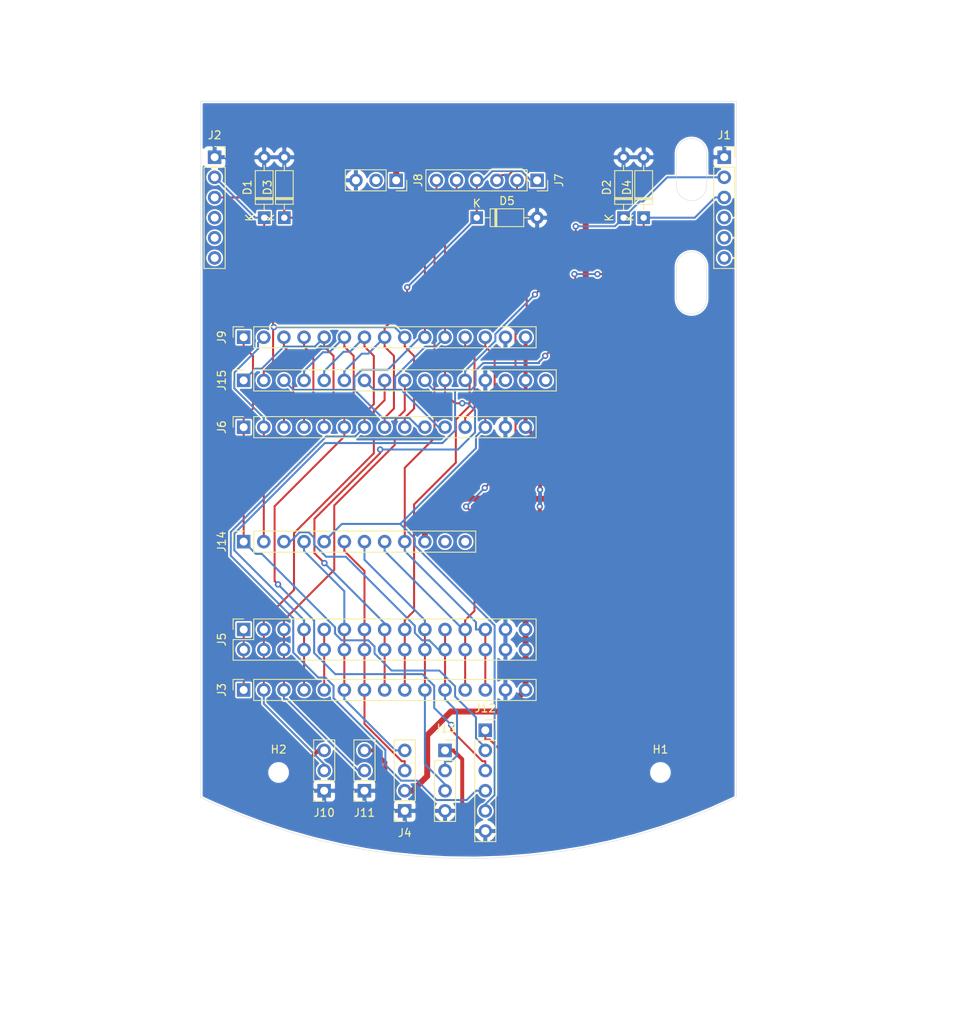
<source format=kicad_pcb>
(kicad_pcb (version 20171130) (host pcbnew "(5.1.2)-2")
  (layers (0 F.Cu signal) (31 B.Cu signal) (34 B.Paste user hide) (35 F.Paste user hide) (36 B.SilkS user hide) (37 F.SilkS user hide) (38 B.Mask user hide) (39 F.Mask user hide) (44 Edge.Cuts user))
  (net 0 "")
  (net 1 GND)
  (net 2 GPIO17)
  (net 3 GPIO19)
  (net 4 GPIO16)
  (net 5 GPIO18)
  (net 6 "Net-(J1-Pad4)")
  (net 7 "Net-(J1-Pad5)")
  (net 8 "Net-(J1-Pad6)")
  (net 9 "Net-(J2-Pad6)")
  (net 10 "Net-(J2-Pad5)")
  (net 11 "Net-(J2-Pad4)")
  (net 12 "Net-(J3-Pad1)")
  (net 13 GPIO36)
  (net 14 GPIO39)
  (net 15 GPIO34)
  (net 16 GPIO35)
  (net 17 GPIO32)
  (net 18 GPIO33)
  (net 19 GPIO25)
  (net 20 GPIO26)
  (net 21 GPIO27)
  (net 22 GPIO14)
  (net 23 GPIO12)
  (net 24 GPIO13)
  (net 25 +5V)
  (net 26 GPIO23)
  (net 27 GPIO22)
  (net 28 GPIO1)
  (net 29 GPIO3)
  (net 30 GPIO21)
  (net 31 GPIO5)
  (net 32 GPIO4)
  (net 33 GPIO2)
  (net 34 GPIO15)
  (net 35 +3V3)
  (net 36 "Net-(J14-Pad11)")
  (net 37 "Net-(J14-Pad12)")
  (net 38 "Net-(J15-Pad14)")
  (net 39 "Net-(J15-Pad16)")
  (net 40 "Net-(J8-Pad2)")
  (module Connector_PinSocket_2.54mm:PinSocket_1x06_P2.54mm_Vertical (layer F.Cu) (at 173.905 55.0244)
    (fp_text reference J1 (at 0 -2.77) (layer F.SilkS))
    (fp_text value ROMI-Encoder)
    (pad 1 thru_hole rect (at 0 0) (size 1.7 1.7) (drill 1) (layers *.Cu *.Mask) (net 1 GND))
    (pad 2 thru_hole oval (at 0 2.54) (size 1.7 1.7) (drill 1) (layers *.Cu *.Mask) (net 20 GPIO26))
    (pad 3 thru_hole oval (at 0 5.08) (size 1.7 1.7) (drill 1) (layers *.Cu *.Mask) (net 15 GPIO34))
    (pad 4 thru_hole oval (at 0 7.62) (size 1.7 1.7) (drill 1) (layers *.Cu *.Mask) (net 6 "Net-(J1-Pad4)"))
    (pad 5 thru_hole oval (at 0 10.16) (size 1.7 1.7) (drill 1) (layers *.Cu *.Mask) (net 7 "Net-(J1-Pad5)"))
    (pad 6 thru_hole oval (at 0 12.7) (size 1.7 1.7) (drill 1) (layers *.Cu *.Mask) (net 8 "Net-(J1-Pad6)"))
  )
  (module Connector_PinSocket_2.54mm:PinSocket_1x06_P2.54mm_Vertical (layer F.Cu) (at 109.625 55.0244)
    (fp_text reference J2 (at 0 -2.77) (layer F.SilkS))
    (fp_text value ROMI-Encoder)
    (pad 6 thru_hole oval (at 0 12.7) (size 1.7 1.7) (drill 1) (layers *.Cu *.Mask) (net 9 "Net-(J2-Pad6)"))
    (pad 5 thru_hole oval (at 0 10.16) (size 1.7 1.7) (drill 1) (layers *.Cu *.Mask) (net 10 "Net-(J2-Pad5)"))
    (pad 4 thru_hole oval (at 0 7.62) (size 1.7 1.7) (drill 1) (layers *.Cu *.Mask) (net 11 "Net-(J2-Pad4)"))
    (pad 3 thru_hole oval (at 0 5.08) (size 1.7 1.7) (drill 1) (layers *.Cu *.Mask) (net 4 GPIO16))
    (pad 2 thru_hole oval (at 0 2.54) (size 1.7 1.7) (drill 1) (layers *.Cu *.Mask) (net 2 GPIO17))
    (pad 1 thru_hole rect (at 0 0) (size 1.7 1.7) (drill 1) (layers *.Cu *.Mask) (net 1 GND))
  )
  (module Connector_PinSocket_2.54mm:PinSocket_1x15_P2.54mm_Vertical (layer F.Cu) (at 113.284 122.174 90)
    (fp_text reference J3 (at 0 -2.77 90) (layer F.SilkS))
    (fp_text value PROBE-POINT)
    (pad 1 thru_hole rect (at 0 0 90) (size 1.7 1.7) (drill 1) (layers *.Cu *.Mask) (net 12 "Net-(J3-Pad1)"))
    (pad 2 thru_hole oval (at 0 2.54 90) (size 1.7 1.7) (drill 1) (layers *.Cu *.Mask) (net 13 GPIO36))
    (pad 3 thru_hole oval (at 0 5.08 90) (size 1.7 1.7) (drill 1) (layers *.Cu *.Mask) (net 14 GPIO39))
    (pad 4 thru_hole oval (at 0 7.62 90) (size 1.7 1.7) (drill 1) (layers *.Cu *.Mask) (net 15 GPIO34))
    (pad 5 thru_hole oval (at 0 10.16 90) (size 1.7 1.7) (drill 1) (layers *.Cu *.Mask) (net 16 GPIO35))
    (pad 6 thru_hole oval (at 0 12.7 90) (size 1.7 1.7) (drill 1) (layers *.Cu *.Mask) (net 17 GPIO32))
    (pad 7 thru_hole oval (at 0 15.24 90) (size 1.7 1.7) (drill 1) (layers *.Cu *.Mask) (net 18 GPIO33))
    (pad 8 thru_hole oval (at 0 17.78 90) (size 1.7 1.7) (drill 1) (layers *.Cu *.Mask) (net 19 GPIO25))
    (pad 9 thru_hole oval (at 0 20.32 90) (size 1.7 1.7) (drill 1) (layers *.Cu *.Mask) (net 20 GPIO26))
    (pad 10 thru_hole oval (at 0 22.86 90) (size 1.7 1.7) (drill 1) (layers *.Cu *.Mask) (net 21 GPIO27))
    (pad 11 thru_hole oval (at 0 25.4 90) (size 1.7 1.7) (drill 1) (layers *.Cu *.Mask) (net 22 GPIO14))
    (pad 12 thru_hole oval (at 0 27.94 90) (size 1.7 1.7) (drill 1) (layers *.Cu *.Mask) (net 23 GPIO12))
    (pad 13 thru_hole oval (at 0 30.48 90) (size 1.7 1.7) (drill 1) (layers *.Cu *.Mask) (net 24 GPIO13))
    (pad 14 thru_hole oval (at 0 33.02 90) (size 1.7 1.7) (drill 1) (layers *.Cu *.Mask) (net 1 GND))
    (pad 15 thru_hole oval (at 0 35.56 90) (size 1.7 1.7) (drill 1) (layers *.Cu *.Mask) (net 25 +5V))
  )
  (module Connector_PinSocket_2.54mm:PinSocket_1x04_P2.54mm_Vertical (layer F.Cu) (at 133.604 137.414 180)
    (fp_text reference J4 (at 0 -2.77) (layer F.SilkS))
    (fp_text value ServoAnalog)
    (pad 1 thru_hole rect (at 0 0 180) (size 1.7 1.7) (drill 1) (layers *.Cu *.Mask) (net 1 GND))
    (pad 2 thru_hole oval (at 0 2.54 180) (size 1.7 1.7) (drill 1) (layers *.Cu *.Mask) (net 25 +5V))
    (pad 3 thru_hole oval (at 0 5.08 180) (size 1.7 1.7) (drill 1) (layers *.Cu *.Mask) (net 18 GPIO33))
    (pad 4 thru_hole oval (at 0 7.62 180) (size 1.7 1.7) (drill 1) (layers *.Cu *.Mask) (net 17 GPIO32))
  )
  (module Connector_PinSocket_2.54mm:PinSocket_1x15_P2.54mm_Vertical (layer F.Cu) (at 113.284 89.054 90)
    (fp_text reference J6 (at 0 -2.77 90) (layer F.SilkS))
    (fp_text value ESP-DEVKITC)
    (pad 1 thru_hole rect (at 0 0 90) (size 1.7 1.7) (drill 1) (layers *.Cu *.Mask) (net 26 GPIO23))
    (pad 2 thru_hole oval (at 0 2.54 90) (size 1.7 1.7) (drill 1) (layers *.Cu *.Mask) (net 27 GPIO22))
    (pad 3 thru_hole oval (at 0 5.08 90) (size 1.7 1.7) (drill 1) (layers *.Cu *.Mask) (net 28 GPIO1))
    (pad 4 thru_hole oval (at 0 7.62 90) (size 1.7 1.7) (drill 1) (layers *.Cu *.Mask) (net 29 GPIO3))
    (pad 5 thru_hole oval (at 0 10.16 90) (size 1.7 1.7) (drill 1) (layers *.Cu *.Mask) (net 30 GPIO21))
    (pad 6 thru_hole oval (at 0 12.7 90) (size 1.7 1.7) (drill 1) (layers *.Cu *.Mask) (net 3 GPIO19))
    (pad 7 thru_hole oval (at 0 15.24 90) (size 1.7 1.7) (drill 1) (layers *.Cu *.Mask) (net 5 GPIO18))
    (pad 8 thru_hole oval (at 0 17.78 90) (size 1.7 1.7) (drill 1) (layers *.Cu *.Mask) (net 31 GPIO5))
    (pad 9 thru_hole oval (at 0 20.32 90) (size 1.7 1.7) (drill 1) (layers *.Cu *.Mask) (net 2 GPIO17))
    (pad 10 thru_hole oval (at 0 22.86 90) (size 1.7 1.7) (drill 1) (layers *.Cu *.Mask) (net 4 GPIO16))
    (pad 11 thru_hole oval (at 0 25.4 90) (size 1.7 1.7) (drill 1) (layers *.Cu *.Mask) (net 32 GPIO4))
    (pad 12 thru_hole oval (at 0 27.94 90) (size 1.7 1.7) (drill 1) (layers *.Cu *.Mask) (net 33 GPIO2))
    (pad 13 thru_hole oval (at 0 30.48 90) (size 1.7 1.7) (drill 1) (layers *.Cu *.Mask) (net 34 GPIO15))
    (pad 14 thru_hole oval (at 0 33.02 90) (size 1.7 1.7) (drill 1) (layers *.Cu *.Mask) (net 1 GND))
    (pad 15 thru_hole oval (at 0 35.56 90) (size 1.7 1.7) (drill 1) (layers *.Cu *.Mask) (net 35 +3V3))
  )
  (module Connector_PinSocket_2.54mm:PinSocket_1x06_P2.54mm_Vertical (layer F.Cu) (at 150.305 57.9444 270)
    (fp_text reference J7 (at 0 -2.77 90) (layer F.SilkS))
    (fp_text value ROMI)
    (pad 1 thru_hole rect (at 0 0 270) (size 1.7 1.7) (drill 1) (layers *.Cu *.Mask) (net 31 GPIO5))
    (pad 2 thru_hole oval (at 0 2.54 270) (size 1.7 1.7) (drill 1) (layers *.Cu *.Mask) (net 19 GPIO25))
    (pad 3 thru_hole oval (at 0 5.08 270) (size 1.7 1.7) (drill 1) (layers *.Cu *.Mask) (net 23 GPIO12))
    (pad 4 thru_hole oval (at 0 7.62 270) (size 1.7 1.7) (drill 1) (layers *.Cu *.Mask) (net 31 GPIO5))
    (pad 5 thru_hole oval (at 0 10.16 270) (size 1.7 1.7) (drill 1) (layers *.Cu *.Mask) (net 32 GPIO4))
    (pad 6 thru_hole oval (at 0 12.7 270) (size 1.7 1.7) (drill 1) (layers *.Cu *.Mask) (net 24 GPIO13))
  )
  (module Connector_PinSocket_2.54mm:PinSocket_1x03_P2.54mm_Vertical (layer F.Cu) (at 132.525 57.9444 270)
    (fp_text reference J8 (at 0 -2.77 90) (layer F.SilkS))
    (fp_text value ROMI)
    (pad 1 thru_hole rect (at 0 0 270) (size 1.7 1.7) (drill 1) (layers *.Cu *.Mask) (net 25 +5V))
    (pad 2 thru_hole oval (at 0 2.54 270) (size 1.7 1.7) (drill 1) (layers *.Cu *.Mask) (net 40 "Net-(J8-Pad2)"))
    (pad 3 thru_hole oval (at 0 5.08 270) (size 1.7 1.7) (drill 1) (layers *.Cu *.Mask) (net 1 GND))
  )
  (module Connector_PinSocket_2.54mm:PinSocket_1x15_P2.54mm_Vertical (layer F.Cu) (at 113.284 77.724 90)
    (fp_text reference J9 (at 0 -2.77 90) (layer F.SilkS))
    (fp_text value PROBE-POINT)
    (pad 15 thru_hole oval (at 0 35.56 90) (size 1.7 1.7) (drill 1) (layers *.Cu *.Mask) (net 35 +3V3))
    (pad 14 thru_hole oval (at 0 33.02 90) (size 1.7 1.7) (drill 1) (layers *.Cu *.Mask) (net 1 GND))
    (pad 13 thru_hole oval (at 0 30.48 90) (size 1.7 1.7) (drill 1) (layers *.Cu *.Mask) (net 34 GPIO15))
    (pad 12 thru_hole oval (at 0 27.94 90) (size 1.7 1.7) (drill 1) (layers *.Cu *.Mask) (net 33 GPIO2))
    (pad 11 thru_hole oval (at 0 25.4 90) (size 1.7 1.7) (drill 1) (layers *.Cu *.Mask) (net 32 GPIO4))
    (pad 10 thru_hole oval (at 0 22.86 90) (size 1.7 1.7) (drill 1) (layers *.Cu *.Mask) (net 4 GPIO16))
    (pad 9 thru_hole oval (at 0 20.32 90) (size 1.7 1.7) (drill 1) (layers *.Cu *.Mask) (net 2 GPIO17))
    (pad 8 thru_hole oval (at 0 17.78 90) (size 1.7 1.7) (drill 1) (layers *.Cu *.Mask) (net 31 GPIO5))
    (pad 7 thru_hole oval (at 0 15.24 90) (size 1.7 1.7) (drill 1) (layers *.Cu *.Mask) (net 5 GPIO18))
    (pad 6 thru_hole oval (at 0 12.7 90) (size 1.7 1.7) (drill 1) (layers *.Cu *.Mask) (net 3 GPIO19))
    (pad 5 thru_hole oval (at 0 10.16 90) (size 1.7 1.7) (drill 1) (layers *.Cu *.Mask) (net 30 GPIO21))
    (pad 4 thru_hole oval (at 0 7.62 90) (size 1.7 1.7) (drill 1) (layers *.Cu *.Mask) (net 29 GPIO3))
    (pad 3 thru_hole oval (at 0 5.08 90) (size 1.7 1.7) (drill 1) (layers *.Cu *.Mask) (net 28 GPIO1))
    (pad 2 thru_hole oval (at 0 2.54 90) (size 1.7 1.7) (drill 1) (layers *.Cu *.Mask) (net 27 GPIO22))
    (pad 1 thru_hole rect (at 0 0 90) (size 1.7 1.7) (drill 1) (layers *.Cu *.Mask) (net 26 GPIO23))
  )
  (module Connector_PinSocket_2.54mm:PinSocket_1x03_P2.54mm_Vertical (layer F.Cu) (at 123.444 134.874 180)
    (fp_text reference J10 (at 0 -2.77) (layer F.SilkS))
    (fp_text value LineSensor)
    (pad 3 thru_hole oval (at 0 5.08 180) (size 1.7 1.7) (drill 1) (layers *.Cu *.Mask) (net 35 +3V3))
    (pad 2 thru_hole oval (at 0 2.54 180) (size 1.7 1.7) (drill 1) (layers *.Cu *.Mask) (net 13 GPIO36))
    (pad 1 thru_hole rect (at 0 0 180) (size 1.7 1.7) (drill 1) (layers *.Cu *.Mask) (net 1 GND))
  )
  (module Connector_PinSocket_2.54mm:PinSocket_1x03_P2.54mm_Vertical (layer F.Cu) (at 128.524 134.874 180)
    (fp_text reference J11 (at 0 -2.77) (layer F.SilkS))
    (fp_text value LineSensor)
    (pad 1 thru_hole rect (at 0 0 180) (size 1.7 1.7) (drill 1) (layers *.Cu *.Mask) (net 1 GND))
    (pad 2 thru_hole oval (at 0 2.54 180) (size 1.7 1.7) (drill 1) (layers *.Cu *.Mask) (net 14 GPIO39))
    (pad 3 thru_hole oval (at 0 5.08 180) (size 1.7 1.7) (drill 1) (layers *.Cu *.Mask) (net 35 +3V3))
  )
  (module Connector_PinSocket_2.54mm:PinSocket_1x04_P2.54mm_Vertical (layer F.Cu) (at 138.684 129.794)
    (fp_text reference J13 (at 0 -2.77) (layer F.SilkS))
    (fp_text value Ultrasonic.)
    (pad 1 thru_hole rect (at 0 0) (size 1.7 1.7) (drill 1) (layers *.Cu *.Mask) (net 35 +3V3))
    (pad 2 thru_hole oval (at 0 2.54) (size 1.7 1.7) (drill 1) (layers *.Cu *.Mask) (net 22 GPIO14))
    (pad 3 thru_hole oval (at 0 5.08) (size 1.7 1.7) (drill 1) (layers *.Cu *.Mask) (net 21 GPIO27))
    (pad 4 thru_hole oval (at 0 7.62) (size 1.7 1.7) (drill 1) (layers *.Cu *.Mask) (net 1 GND))
  )
  (module Connector_PinSocket_2.54mm:PinSocket_1x12_P2.54mm_Vertical (layer F.Cu) (at 113.284 103.48 90)
    (fp_text reference J14 (at 0 -2.77 90) (layer F.SilkS))
    (fp_text value THING)
    (pad 1 thru_hole rect (at 0 0 90) (size 1.7 1.7) (drill 1) (layers *.Cu *.Mask) (net 26 GPIO23))
    (pad 2 thru_hole oval (at 0 2.54 90) (size 1.7 1.7) (drill 1) (layers *.Cu *.Mask) (net 27 GPIO22))
    (pad 3 thru_hole oval (at 0 5.08 90) (size 1.7 1.7) (drill 1) (layers *.Cu *.Mask) (net 22 GPIO14))
    (pad 4 thru_hole oval (at 0 7.62 90) (size 1.7 1.7) (drill 1) (layers *.Cu *.Mask) (net 17 GPIO32))
    (pad 5 thru_hole oval (at 0 10.16 90) (size 1.7 1.7) (drill 1) (layers *.Cu *.Mask) (net 34 GPIO15))
    (pad 6 thru_hole oval (at 0 12.7 90) (size 1.7 1.7) (drill 1) (layers *.Cu *.Mask) (net 18 GPIO33))
    (pad 7 thru_hole oval (at 0 15.24 90) (size 1.7 1.7) (drill 1) (layers *.Cu *.Mask) (net 21 GPIO27))
    (pad 8 thru_hole oval (at 0 17.78 90) (size 1.7 1.7) (drill 1) (layers *.Cu *.Mask) (net 23 GPIO12))
    (pad 9 thru_hole oval (at 0 20.32 90) (size 1.7 1.7) (drill 1) (layers *.Cu *.Mask) (net 24 GPIO13))
    (pad 10 thru_hole oval (at 0 22.86 90) (size 1.7 1.7) (drill 1) (layers *.Cu *.Mask) (net 25 +5V))
    (pad 11 thru_hole oval (at 0 25.4 90) (size 1.7 1.7) (drill 1) (layers *.Cu *.Mask) (net 36 "Net-(J14-Pad11)"))
    (pad 12 thru_hole oval (at 0 27.94 90) (size 1.7 1.7) (drill 1) (layers *.Cu *.Mask) (net 37 "Net-(J14-Pad12)"))
  )
  (module Connector_PinSocket_2.54mm:PinSocket_1x16_P2.54mm_Vertical (layer F.Cu) (at 113.284 83.1605 90)
    (fp_text reference J15 (at 0 -2.77 90) (layer F.SilkS))
    (fp_text value THING)
    (pad 1 thru_hole rect (at 0 0 90) (size 1.7 1.7) (drill 1) (layers *.Cu *.Mask) (net 30 GPIO21))
    (pad 2 thru_hole oval (at 0 2.54 90) (size 1.7 1.7) (drill 1) (layers *.Cu *.Mask) (net 2 GPIO17))
    (pad 3 thru_hole oval (at 0 5.08 90) (size 1.7 1.7) (drill 1) (layers *.Cu *.Mask) (net 4 GPIO16))
    (pad 4 thru_hole oval (at 0 7.62 90) (size 1.7 1.7) (drill 1) (layers *.Cu *.Mask) (net 3 GPIO19))
    (pad 5 thru_hole oval (at 0 10.16 90) (size 1.7 1.7) (drill 1) (layers *.Cu *.Mask) (net 5 GPIO18))
    (pad 6 thru_hole oval (at 0 12.7 90) (size 1.7 1.7) (drill 1) (layers *.Cu *.Mask) (net 31 GPIO5))
    (pad 7 thru_hole oval (at 0 15.24 90) (size 1.7 1.7) (drill 1) (layers *.Cu *.Mask) (net 32 GPIO4))
    (pad 8 thru_hole oval (at 0 17.78 90) (size 1.7 1.7) (drill 1) (layers *.Cu *.Mask) (net 13 GPIO36))
    (pad 9 thru_hole oval (at 0 20.32 90) (size 1.7 1.7) (drill 1) (layers *.Cu *.Mask) (net 14 GPIO39))
    (pad 10 thru_hole oval (at 0 22.86 90) (size 1.7 1.7) (drill 1) (layers *.Cu *.Mask) (net 15 GPIO34))
    (pad 11 thru_hole oval (at 0 25.4 90) (size 1.7 1.7) (drill 1) (layers *.Cu *.Mask) (net 19 GPIO25))
    (pad 12 thru_hole oval (at 0 27.94 90) (size 1.7 1.7) (drill 1) (layers *.Cu *.Mask) (net 20 GPIO26))
    (pad 13 thru_hole oval (at 0 30.48 90) (size 1.7 1.7) (drill 1) (layers *.Cu *.Mask) (net 1 GND))
    (pad 14 thru_hole oval (at 0 33.02 90) (size 1.7 1.7) (drill 1) (layers *.Cu *.Mask) (net 38 "Net-(J15-Pad14)"))
    (pad 15 thru_hole oval (at 0 35.56 90) (size 1.7 1.7) (drill 1) (layers *.Cu *.Mask) (net 35 +3V3))
    (pad 16 thru_hole oval (at 0 38.1 90) (size 1.7 1.7) (drill 1) (layers *.Cu *.Mask) (net 39 "Net-(J15-Pad16)"))
  )
  (module Connector_PinSocket_2.54mm:PinSocket_2x15_P2.54mm_Vertical (layer F.Cu) (at 113.284 114.554 90)
    (fp_text reference J5 (at -1.27 -2.77 90) (layer F.SilkS))
    (fp_text value Conn_02x15_Odd_Even)
    (pad 1 thru_hole rect (at 0 0 90) (size 1.7 1.7) (drill 1) (layers *.Cu *.Mask) (net 12 "Net-(J3-Pad1)"))
    (pad 2 thru_hole oval (at -2.54 0 90) (size 1.7 1.7) (drill 1) (layers *.Cu *.Mask) (net 12 "Net-(J3-Pad1)"))
    (pad 3 thru_hole oval (at 0 2.54 90) (size 1.7 1.7) (drill 1) (layers *.Cu *.Mask) (net 13 GPIO36))
    (pad 4 thru_hole oval (at -2.54 2.54 90) (size 1.7 1.7) (drill 1) (layers *.Cu *.Mask) (net 13 GPIO36))
    (pad 5 thru_hole oval (at 0 5.08 90) (size 1.7 1.7) (drill 1) (layers *.Cu *.Mask) (net 14 GPIO39))
    (pad 6 thru_hole oval (at -2.54 5.08 90) (size 1.7 1.7) (drill 1) (layers *.Cu *.Mask) (net 14 GPIO39))
    (pad 7 thru_hole oval (at 0 7.62 90) (size 1.7 1.7) (drill 1) (layers *.Cu *.Mask) (net 15 GPIO34))
    (pad 8 thru_hole oval (at -2.54 7.62 90) (size 1.7 1.7) (drill 1) (layers *.Cu *.Mask) (net 15 GPIO34))
    (pad 9 thru_hole oval (at 0 10.16 90) (size 1.7 1.7) (drill 1) (layers *.Cu *.Mask) (net 16 GPIO35))
    (pad 10 thru_hole oval (at -2.54 10.16 90) (size 1.7 1.7) (drill 1) (layers *.Cu *.Mask) (net 16 GPIO35))
    (pad 11 thru_hole oval (at 0 12.7 90) (size 1.7 1.7) (drill 1) (layers *.Cu *.Mask) (net 17 GPIO32))
    (pad 12 thru_hole oval (at -2.54 12.7 90) (size 1.7 1.7) (drill 1) (layers *.Cu *.Mask) (net 17 GPIO32))
    (pad 13 thru_hole oval (at 0 15.24 90) (size 1.7 1.7) (drill 1) (layers *.Cu *.Mask) (net 18 GPIO33))
    (pad 14 thru_hole oval (at -2.54 15.24 90) (size 1.7 1.7) (drill 1) (layers *.Cu *.Mask) (net 18 GPIO33))
    (pad 15 thru_hole oval (at 0 17.78 90) (size 1.7 1.7) (drill 1) (layers *.Cu *.Mask) (net 19 GPIO25))
    (pad 16 thru_hole oval (at -2.54 17.78 90) (size 1.7 1.7) (drill 1) (layers *.Cu *.Mask) (net 19 GPIO25))
    (pad 17 thru_hole oval (at 0 20.32 90) (size 1.7 1.7) (drill 1) (layers *.Cu *.Mask) (net 20 GPIO26))
    (pad 18 thru_hole oval (at -2.54 20.32 90) (size 1.7 1.7) (drill 1) (layers *.Cu *.Mask) (net 20 GPIO26))
    (pad 19 thru_hole oval (at 0 22.86 90) (size 1.7 1.7) (drill 1) (layers *.Cu *.Mask) (net 21 GPIO27))
    (pad 20 thru_hole oval (at -2.54 22.86 90) (size 1.7 1.7) (drill 1) (layers *.Cu *.Mask) (net 21 GPIO27))
    (pad 21 thru_hole oval (at 0 25.4 90) (size 1.7 1.7) (drill 1) (layers *.Cu *.Mask) (net 22 GPIO14))
    (pad 22 thru_hole oval (at -2.54 25.4 90) (size 1.7 1.7) (drill 1) (layers *.Cu *.Mask) (net 22 GPIO14))
    (pad 23 thru_hole oval (at 0 27.94 90) (size 1.7 1.7) (drill 1) (layers *.Cu *.Mask) (net 23 GPIO12))
    (pad 24 thru_hole oval (at -2.54 27.94 90) (size 1.7 1.7) (drill 1) (layers *.Cu *.Mask) (net 23 GPIO12))
    (pad 25 thru_hole oval (at 0 30.48 90) (size 1.7 1.7) (drill 1) (layers *.Cu *.Mask) (net 24 GPIO13))
    (pad 26 thru_hole oval (at -2.54 30.48 90) (size 1.7 1.7) (drill 1) (layers *.Cu *.Mask) (net 24 GPIO13))
    (pad 27 thru_hole oval (at 0 33.02 90) (size 1.7 1.7) (drill 1) (layers *.Cu *.Mask) (net 1 GND))
    (pad 28 thru_hole oval (at -2.54 33.02 90) (size 1.7 1.7) (drill 1) (layers *.Cu *.Mask) (net 1 GND))
    (pad 29 thru_hole oval (at 0 35.56 90) (size 1.7 1.7) (drill 1) (layers *.Cu *.Mask) (net 25 +5V))
    (pad 30 thru_hole oval (at -2.54 35.56 90) (size 1.7 1.7) (drill 1) (layers *.Cu *.Mask) (net 25 +5V))
  )
  (module Diode_THT:D_DO-35_SOD27_P7.62mm_Horizontal (layer F.Cu) (at 115.874 62.6544 90)
    (fp_text reference D1 (at 3.81 -2.12 90) (layer F.SilkS))
    (fp_text value D_Zener)
    (fp_text user K (at 0 -1.8 90) (layer F.SilkS))
    (pad 2 thru_hole oval (at 7.62 0 90) (size 1.6 1.6) (drill 0.8) (layers *.Cu *.Mask) (net 1 GND))
    (pad 1 thru_hole rect (at 0 0 90) (size 1.6 1.6) (drill 0.8) (layers *.Cu *.Mask) (net 2 GPIO17))
  )
  (module Diode_THT:D_DO-35_SOD27_P7.62mm_Horizontal (layer F.Cu) (at 161.2 62.6544 90)
    (fp_text reference D2 (at 3.81 -2.12 90) (layer F.SilkS))
    (fp_text value D_Zener)
    (fp_text user K (at 0 -1.8 90) (layer F.SilkS))
    (pad 2 thru_hole oval (at 7.62 0 90) (size 1.6 1.6) (drill 0.8) (layers *.Cu *.Mask) (net 1 GND))
    (pad 1 thru_hole rect (at 0 0 90) (size 1.6 1.6) (drill 0.8) (layers *.Cu *.Mask) (net 20 GPIO26))
  )
  (module Diode_THT:D_DO-35_SOD27_P7.62mm_Horizontal (layer F.Cu) (at 118.414 62.6544 90)
    (fp_text reference D3 (at 3.81 -2.12 90) (layer F.SilkS))
    (fp_text value D_Zener)
    (fp_text user K (at 0 -1.8 90) (layer F.SilkS))
    (pad 1 thru_hole rect (at 0 0 90) (size 1.6 1.6) (drill 0.8) (layers *.Cu *.Mask) (net 4 GPIO16))
    (pad 2 thru_hole oval (at 7.62 0 90) (size 1.6 1.6) (drill 0.8) (layers *.Cu *.Mask) (net 1 GND))
  )
  (module Diode_THT:D_DO-35_SOD27_P7.62mm_Horizontal (layer F.Cu) (at 163.74 62.6544 90)
    (fp_text reference D4 (at 3.81 -2.12 90) (layer F.SilkS))
    (fp_text value D_Zener)
    (fp_text user K (at 0 -1.8 90) (layer F.SilkS))
    (pad 1 thru_hole rect (at 0 0 90) (size 1.6 1.6) (drill 0.8) (layers *.Cu *.Mask) (net 15 GPIO34))
    (pad 2 thru_hole oval (at 7.62 0 90) (size 1.6 1.6) (drill 0.8) (layers *.Cu *.Mask) (net 1 GND))
  )
  (module Diode_THT:D_DO-35_SOD27_P7.62mm_Horizontal (layer F.Cu) (at 142.685 62.6544)
    (fp_text reference D5 (at 3.81 -2.12) (layer F.SilkS))
    (fp_text value D_Zener)
    (fp_text user K (at 0 -1.8) (layer F.SilkS))
    (pad 1 thru_hole rect (at 0 0) (size 1.6 1.6) (drill 0.8) (layers *.Cu *.Mask) (net 31 GPIO5))
    (pad 2 thru_hole oval (at 7.62 0) (size 1.6 1.6) (drill 0.8) (layers *.Cu *.Mask) (net 1 GND))
  )
  (module Connector_PinSocket_2.54mm:PinSocket_1x06_P2.54mm_Vertical (layer F.Cu) (at 143.764 127.254)
    (fp_text reference J12 (at 0 -2.77) (layer F.SilkS))
    (fp_text value SPI)
    (pad 1 thru_hole rect (at 0 0) (size 1.7 1.7) (drill 1) (layers *.Cu *.Mask) (net 35 +3V3))
    (pad 2 thru_hole oval (at 0 2.54) (size 1.7 1.7) (drill 1) (layers *.Cu *.Mask) (net 26 GPIO23))
    (pad 3 thru_hole oval (at 0 5.08) (size 1.7 1.7) (drill 1) (layers *.Cu *.Mask) (net 3 GPIO19))
    (pad 4 thru_hole oval (at 0 7.62) (size 1.7 1.7) (drill 1) (layers *.Cu *.Mask) (net 5 GPIO18))
    (pad 5 thru_hole oval (at 0 10.16) (size 1.7 1.7) (drill 1) (layers *.Cu *.Mask) (net 34 GPIO15))
    (pad 6 thru_hole oval (at 0 12.7) (size 1.7 1.7) (drill 1) (layers *.Cu *.Mask) (net 1 GND))
  )
  (module MountingHole:MountingHole_2.2mm_M2_DIN965 (layer F.Cu) (at 165.85529 132.572999)
    (fp_text reference H1 (at 0 -2.9) (layer F.SilkS))
    (fp_text value MountingHole)
    (pad 1 np_thru_hole circle (at 0 0) (size 2.2 2.2) (drill 2.2) (layers *.Cu *.Mask))
  )
  (module MountingHole:MountingHole_2.2mm_M2_DIN965 (layer F.Cu) (at 117.691571 132.572999)
    (fp_text reference H2 (at 0 -2.9) (layer F.SilkS))
    (fp_text value MountingHole)
    (pad 1 np_thru_hole circle (at 0 0) (size 2.2 2.2) (drill 2.2) (layers *.Cu *.Mask))
  )
  (gr_line (start 171.682092 54.560466) (end 171.682092 58.605279) (layer Edge.Cuts) (width 0.05))
  (gr_line (start 107.878075 47.997753) (end 175.425701 47.997753) (layer Edge.Cuts) (width 0.05))
  (gr_line (start 171.682092 68.852374) (end 171.682092 72.897189) (layer Edge.Cuts) (width 0.05))
  (gr_arc (start 169.777092 58.605279) (end 167.872092 58.605279) (angle -180) (layer Edge.Cuts) (width 0.05))
  (gr_arc (start 169.777092 68.852374) (end 171.682092 68.852374) (angle -180) (layer Edge.Cuts) (width 0.05))
  (gr_line (start 175.425701 47.997753) (end 175.425701 135.724057) (layer Edge.Cuts) (width 0.05))
  (gr_line (start 167.872092 58.605279) (end 167.872092 54.560466) (layer Edge.Cuts) (width 0.05))
  (gr_arc (start 169.777092 54.560466) (end 171.682092 54.560466) (angle -180) (layer Edge.Cuts) (width 0.05))
  (gr_arc (start 169.777092 72.897189) (end 167.872092 72.897189) (angle -180) (layer Edge.Cuts) (width 0.05))
  (gr_line (start 107.878075 135.724057) (end 107.878075 47.997753) (layer Edge.Cuts) (width 0.05))
  (gr_line (start 167.872092 72.897189) (end 167.872092 68.852374) (layer Edge.Cuts) (width 0.05))
  (gr_arc (start 141.651889 65.302348) (end 107.878075 135.724057) (angle -51.2) (layer Edge.Cuts) (width 0.05))
  (segment (start 133.604 89.054) (end 133.604 87.8787) (width 0.25) (layer F.Cu) (net 2))
  (segment (start 133.604 77.724) (end 133.604 78.8993) (width 0.25) (layer F.Cu) (net 2))
  (segment (start 133.604 78.8993) (end 134.7793 80.0746) (width 0.25) (layer F.Cu) (net 2))
  (segment (start 134.7793 80.0746) (end 134.7793 86.7034) (width 0.25) (layer F.Cu) (net 2))
  (segment (start 134.7793 86.7034) (end 133.604 87.8787) (width 0.25) (layer F.Cu) (net 2))
  (segment (start 116.9993 76.4475) (end 116.9993 64.905) (width 0.25) (layer F.Cu) (net 2))
  (segment (start 116.9993 64.905) (end 115.874 63.7797) (width 0.25) (layer F.Cu) (net 2))
  (segment (start 115.824 81.9852) (end 116.9993 80.8099) (width 0.25) (layer F.Cu) (net 2))
  (segment (start 116.9993 80.8099) (end 116.9993 76.4475) (width 0.25) (layer F.Cu) (net 2))
  (segment (start 116.9993 76.4475) (end 117.094 76.4475) (width 0.25) (layer F.Cu) (net 2))
  (segment (start 115.874 62.6544) (end 115.874 63.7797) (width 0.25) (layer F.Cu) (net 2))
  (segment (start 115.824 83.1605) (end 115.824 81.9852) (width 0.25) (layer F.Cu) (net 2))
  (via (at 117.094 76.4475) (size 0.8) (layers F.Cu B.Cu) (net 2))
  (segment (start 132.3275 76.4475) (end 133.604 77.724) (width 0.25) (layer B.Cu) (net 2))
  (segment (start 117.094 76.4475) (end 132.3275 76.4475) (width 0.25) (layer B.Cu) (net 2))
  (segment (start 114.7487 62.6544) (end 115.874 62.6544) (width 0.25) (layer B.Cu) (net 2))
  (segment (start 109.6587 57.5644) (end 114.7487 62.6544) (width 0.25) (layer B.Cu) (net 2))
  (segment (start 109.625 57.5644) (end 109.6587 57.5644) (width 0.25) (layer B.Cu) (net 2))
  (segment (start 125.984 89.054) (end 125.984 90.2293) (width 0.25) (layer F.Cu) (net 3))
  (segment (start 143.764 132.334) (end 143.764 131.1587) (width 0.25) (layer F.Cu) (net 3))
  (segment (start 139.4682 126.5819) (end 139.4682 127.2302) (width 0.25) (layer F.Cu) (net 3))
  (segment (start 139.4682 127.2302) (end 143.3967 131.1587) (width 0.25) (layer F.Cu) (net 3))
  (segment (start 143.3967 131.1587) (end 143.764 131.1587) (width 0.25) (layer F.Cu) (net 3))
  (segment (start 117.6209 108.8718) (end 122.174 113.4249) (width 0.25) (layer B.Cu) (net 3))
  (segment (start 122.174 113.4249) (end 122.174 117.5149) (width 0.25) (layer B.Cu) (net 3))
  (segment (start 122.174 117.5149) (end 124.8381 120.179) (width 0.25) (layer B.Cu) (net 3))
  (segment (start 124.8381 120.179) (end 135.8469 120.179) (width 0.25) (layer B.Cu) (net 3))
  (segment (start 135.8469 120.179) (end 137.3194 121.6515) (width 0.25) (layer B.Cu) (net 3))
  (segment (start 137.3194 121.6515) (end 137.3194 124.4331) (width 0.25) (layer B.Cu) (net 3))
  (segment (start 137.3194 124.4331) (end 139.4682 126.5819) (width 0.25) (layer B.Cu) (net 3))
  (segment (start 125.984 90.2293) (end 117.1886 99.0247) (width 0.25) (layer F.Cu) (net 3))
  (segment (start 117.1886 99.0247) (end 117.1886 108.4395) (width 0.25) (layer F.Cu) (net 3))
  (segment (start 117.1886 108.4395) (end 117.6209 108.8718) (width 0.25) (layer F.Cu) (net 3))
  (segment (start 125.984 88.4663) (end 125.984 89.054) (width 0.25) (layer F.Cu) (net 3))
  (segment (start 125.984 88.4663) (end 125.984 87.8787) (width 0.25) (layer F.Cu) (net 3))
  (segment (start 125.984 77.724) (end 125.984 78.8993) (width 0.25) (layer F.Cu) (net 3))
  (segment (start 125.984 78.8993) (end 127.1593 80.0746) (width 0.25) (layer F.Cu) (net 3))
  (segment (start 127.1593 80.0746) (end 127.1593 86.7034) (width 0.25) (layer F.Cu) (net 3))
  (segment (start 127.1593 86.7034) (end 125.984 87.8787) (width 0.25) (layer F.Cu) (net 3))
  (segment (start 120.904 83.1605) (end 120.904 81.9852) (width 0.25) (layer B.Cu) (net 3))
  (via (at 139.4682 126.5819) (size 0.8) (layers F.Cu B.Cu) (net 3))
  (via (at 117.6209 108.8718) (size 0.8) (layers F.Cu B.Cu) (net 3))
  (segment (start 124.0947 79.6133) (end 125.984 77.724) (width 0.25) (layer B.Cu) (net 3))
  (segment (start 123.2759 79.6133) (end 124.0947 79.6133) (width 0.25) (layer B.Cu) (net 3))
  (segment (start 120.904 81.9852) (end 123.2759 79.6133) (width 0.25) (layer B.Cu) (net 3))
  (segment (start 127.254 84.3437) (end 130.789 87.8787) (width 0.25) (layer B.Cu) (net 4))
  (segment (start 130.789 87.8787) (end 134.1608 87.8787) (width 0.25) (layer B.Cu) (net 4))
  (segment (start 134.1608 87.8787) (end 134.9687 88.6866) (width 0.25) (layer B.Cu) (net 4))
  (segment (start 135.5564 77.724) (end 131.4456 81.8348) (width 0.25) (layer B.Cu) (net 4))
  (segment (start 131.4456 81.8348) (end 128.176 81.8348) (width 0.25) (layer B.Cu) (net 4))
  (segment (start 128.176 81.8348) (end 127.254 82.7568) (width 0.25) (layer B.Cu) (net 4))
  (segment (start 127.254 82.7568) (end 127.254 84.3437) (width 0.25) (layer B.Cu) (net 4))
  (segment (start 136.144 77.724) (end 135.5564 77.724) (width 0.25) (layer B.Cu) (net 4))
  (segment (start 136.144 77.724) (end 136.144 66.3829) (width 0.25) (layer F.Cu) (net 4))
  (segment (start 132.4155 62.6544) (end 118.414 62.6544) (width 0.25) (layer F.Cu) (net 4))
  (segment (start 136.144 66.3829) (end 132.4155 62.6544) (width 0.25) (layer F.Cu) (net 4))
  (segment (start 118.414 62.6544) (end 118.414 61.4291) (width 0.25) (layer F.Cu) (net 4))
  (segment (start 117.0893 60.1044) (end 109.625 60.1044) (width 0.25) (layer F.Cu) (net 4))
  (segment (start 118.414 61.4291) (end 117.0893 60.1044) (width 0.25) (layer F.Cu) (net 4))
  (segment (start 136.144 89.054) (end 135.343002 89.054) (width 0.25) (layer B.Cu) (net 4))
  (segment (start 135.343002 89.054) (end 134.548901 88.259899) (width 0.25) (layer B.Cu) (net 4))
  (segment (start 119.5472 84.3437) (end 118.364 83.1605) (width 0.25) (layer B.Cu) (net 4))
  (segment (start 127.254 84.3437) (end 119.5472 84.3437) (width 0.25) (layer B.Cu) (net 4))
  (segment (start 128.524 78.8993) (end 129.705 80.0803) (width 0.25) (layer F.Cu) (net 5))
  (segment (start 129.705 80.0803) (end 129.705 86.1476) (width 0.25) (layer F.Cu) (net 5))
  (segment (start 129.705 86.1476) (end 128.524 87.3286) (width 0.25) (layer F.Cu) (net 5))
  (segment (start 128.524 87.3286) (end 128.524 89.054) (width 0.25) (layer F.Cu) (net 5))
  (segment (start 128.524 77.724) (end 128.524 78.8993) (width 0.25) (layer F.Cu) (net 5))
  (segment (start 123.444 83.1605) (end 123.444 81.9852) (width 0.25) (layer B.Cu) (net 5))
  (segment (start 127.3487 90.2293) (end 128.524 89.054) (width 0.25) (layer B.Cu) (net 5))
  (segment (start 123.6994 90.2293) (end 127.3487 90.2293) (width 0.25) (layer B.Cu) (net 5))
  (segment (start 133.1415 133.604) (end 131.1586 131.6211) (width 0.25) (layer B.Cu) (net 5))
  (segment (start 137.6206 136.0493) (end 135.1753 133.604) (width 0.25) (layer B.Cu) (net 5))
  (segment (start 135.1753 133.604) (end 133.1415 133.604) (width 0.25) (layer B.Cu) (net 5))
  (segment (start 141.4134 136.0493) (end 137.6206 136.0493) (width 0.25) (layer B.Cu) (net 5))
  (segment (start 142.5887 134.874) (end 141.4134 136.0493) (width 0.25) (layer B.Cu) (net 5))
  (segment (start 143.764 134.874) (end 142.5887 134.874) (width 0.25) (layer B.Cu) (net 5))
  (segment (start 131.1586 129.7382) (end 124.6194 123.199) (width 0.25) (layer B.Cu) (net 5))
  (segment (start 131.1586 131.6211) (end 131.1586 129.7382) (width 0.25) (layer B.Cu) (net 5))
  (segment (start 124.6194 123.199) (end 124.6194 121.6397) (width 0.25) (layer B.Cu) (net 5))
  (segment (start 111.6568 105.2511) (end 111.6568 102.2719) (width 0.25) (layer B.Cu) (net 5))
  (segment (start 119.5394 113.1337) (end 111.6568 105.2511) (width 0.25) (layer B.Cu) (net 5))
  (segment (start 124.6194 121.6397) (end 123.5847 120.605) (width 0.25) (layer B.Cu) (net 5))
  (segment (start 123.5847 120.605) (end 122.6908 120.605) (width 0.25) (layer B.Cu) (net 5))
  (segment (start 122.6908 120.605) (end 119.5394 117.4536) (width 0.25) (layer B.Cu) (net 5))
  (segment (start 119.5394 117.4536) (end 119.5394 113.1337) (width 0.25) (layer B.Cu) (net 5))
  (segment (start 111.6568 102.2719) (end 123.6994 90.2293) (width 0.25) (layer B.Cu) (net 5))
  (segment (start 126.6982 79.5498) (end 128.524 77.724) (width 0.25) (layer B.Cu) (net 5))
  (segment (start 125.8794 79.5498) (end 126.6982 79.5498) (width 0.25) (layer B.Cu) (net 5))
  (segment (start 123.444 81.9852) (end 125.8794 79.5498) (width 0.25) (layer B.Cu) (net 5))
  (segment (start 113.284 117.094) (end 113.284 122.174) (width 0.25) (layer F.Cu) (net 12))
  (segment (start 113.284 114.554) (end 113.284 117.094) (width 0.25) (layer F.Cu) (net 12))
  (segment (start 115.824 113.3787) (end 119.634 109.5687) (width 0.25) (layer F.Cu) (net 13))
  (segment (start 119.634 109.5687) (end 119.634 102.413) (width 0.25) (layer F.Cu) (net 13))
  (segment (start 119.634 102.413) (end 129.705 92.342) (width 0.25) (layer F.Cu) (net 13))
  (segment (start 129.705 92.342) (end 129.705 87.0098) (width 0.25) (layer F.Cu) (net 13))
  (segment (start 129.705 87.0098) (end 131.064 85.6508) (width 0.25) (layer F.Cu) (net 13))
  (segment (start 131.064 85.6508) (end 131.064 83.1605) (width 0.25) (layer F.Cu) (net 13))
  (segment (start 115.824 114.554) (end 115.824 113.3787) (width 0.25) (layer F.Cu) (net 13))
  (segment (start 115.824 117.094) (end 115.824 114.554) (width 0.25) (layer F.Cu) (net 13))
  (segment (start 115.824 117.094) (end 115.824 122.174) (width 0.25) (layer F.Cu) (net 13))
  (segment (start 115.824 123.906) (end 115.824 122.174) (width 0.25) (layer B.Cu) (net 13))
  (segment (start 123.444 131.526) (end 115.824 123.906) (width 0.25) (layer B.Cu) (net 13))
  (segment (start 123.444 132.334) (end 123.444 131.526) (width 0.25) (layer B.Cu) (net 13))
  (segment (start 118.364 114.554) (end 118.364 113.3787) (width 0.25) (layer F.Cu) (net 14))
  (segment (start 118.364 113.3787) (end 124.714 107.0287) (width 0.25) (layer F.Cu) (net 14))
  (segment (start 124.714 107.0287) (end 124.714 98.9231) (width 0.25) (layer F.Cu) (net 14))
  (segment (start 124.714 98.9231) (end 132.334 91.3031) (width 0.25) (layer F.Cu) (net 14))
  (segment (start 132.334 91.3031) (end 132.334 88.2343) (width 0.25) (layer F.Cu) (net 14))
  (segment (start 132.334 88.2343) (end 133.604 86.9643) (width 0.25) (layer F.Cu) (net 14))
  (segment (start 133.604 86.9643) (end 133.604 83.1605) (width 0.25) (layer F.Cu) (net 14))
  (segment (start 118.364 117.094) (end 118.364 114.554) (width 0.25) (layer F.Cu) (net 14))
  (segment (start 118.364 117.094) (end 118.364 122.174) (width 0.25) (layer F.Cu) (net 14))
  (segment (start 118.364 123.3493) (end 118.364 122.174) (width 0.25) (layer B.Cu) (net 14))
  (segment (start 118.7313 123.3493) (end 118.364 123.3493) (width 0.25) (layer B.Cu) (net 14))
  (segment (start 127.716 132.334) (end 118.7313 123.3493) (width 0.25) (layer B.Cu) (net 14))
  (segment (start 128.524 132.334) (end 127.716 132.334) (width 0.25) (layer B.Cu) (net 14))
  (segment (start 120.904 113.3787) (end 112.1086 104.5833) (width 0.25) (layer B.Cu) (net 15))
  (segment (start 112.1086 104.5833) (end 112.1086 102.4762) (width 0.25) (layer B.Cu) (net 15))
  (segment (start 112.1086 102.4762) (end 123.5272 91.0576) (width 0.25) (layer B.Cu) (net 15))
  (segment (start 123.5272 91.0576) (end 138.361 91.0576) (width 0.25) (layer B.Cu) (net 15))
  (segment (start 138.361 91.0576) (end 139.954 89.4646) (width 0.25) (layer B.Cu) (net 15))
  (segment (start 139.954 89.4646) (end 139.954 84.3358) (width 0.25) (layer B.Cu) (net 15))
  (segment (start 120.904 114.554) (end 120.904 113.3787) (width 0.25) (layer B.Cu) (net 15))
  (segment (start 163.74 62.6544) (end 170.1797 62.6544) (width 0.25) (layer B.Cu) (net 15))
  (segment (start 170.1797 62.6544) (end 172.7297 60.1044) (width 0.25) (layer B.Cu) (net 15))
  (segment (start 120.904 117.094) (end 120.904 114.554) (width 0.25) (layer F.Cu) (net 15))
  (segment (start 120.904 117.094) (end 120.904 122.174) (width 0.25) (layer F.Cu) (net 15))
  (segment (start 173.905 60.1044) (end 172.7297 60.1044) (width 0.25) (layer B.Cu) (net 15))
  (segment (start 136.144 83.1605) (end 136.144 83.2612) (width 0.25) (layer B.Cu) (net 15))
  (segment (start 137.2186 84.3358) (end 138.387 84.3358) (width 0.25) (layer B.Cu) (net 15))
  (segment (start 136.144 83.2612) (end 137.2186 84.3358) (width 0.25) (layer B.Cu) (net 15))
  (segment (start 139.954 84.3358) (end 138.387 84.3358) (width 0.25) (layer B.Cu) (net 15))
  (segment (start 143.5003 80.9722) (end 142.5321 81.9404) (width 0.25) (layer B.Cu) (net 15))
  (segment (start 142.5321 83.7946) (end 141.9909 84.3358) (width 0.25) (layer B.Cu) (net 15))
  (segment (start 142.5321 81.9404) (end 142.5321 83.7946) (width 0.25) (layer B.Cu) (net 15))
  (segment (start 141.9909 84.3358) (end 139.954 84.3358) (width 0.25) (layer B.Cu) (net 15))
  (via (at 151.3205 80.0608) (size 0.8) (drill 0.4) (layers F.Cu B.Cu) (net 15))
  (segment (start 150.5428 80.8385) (end 151.3205 80.0608) (width 0.25) (layer B.Cu) (net 15))
  (segment (start 150.5428 80.9722) (end 150.5428 80.8385) (width 0.25) (layer B.Cu) (net 15))
  (segment (start 150.5428 80.9722) (end 143.5003 80.9722) (width 0.25) (layer B.Cu) (net 15))
  (segment (start 151.3205 80.0608) (end 155.1178 76.2635) (width 0.25) (layer F.Cu) (net 15))
  (via (at 155.0035 69.7611) (size 0.8) (drill 0.4) (layers F.Cu B.Cu) (net 15))
  (segment (start 155.1178 76.2635) (end 155.1178 69.8754) (width 0.25) (layer F.Cu) (net 15))
  (segment (start 155.1178 69.8754) (end 155.0035 69.7611) (width 0.25) (layer F.Cu) (net 15))
  (via (at 157.9118 69.7611) (size 0.8) (drill 0.4) (layers F.Cu B.Cu) (net 15))
  (segment (start 155.0035 69.7611) (end 157.9118 69.7611) (width 0.25) (layer B.Cu) (net 15))
  (segment (start 157.9118 69.7611) (end 160.4645 69.7611) (width 0.25) (layer F.Cu) (net 15))
  (segment (start 163.74 66.4856) (end 163.74 62.6544) (width 0.25) (layer F.Cu) (net 15))
  (segment (start 160.4645 69.7611) (end 163.74 66.4856) (width 0.25) (layer F.Cu) (net 15))
  (segment (start 123.444 117.094) (end 123.444 122.174) (width 0.25) (layer F.Cu) (net 16))
  (segment (start 123.444 114.554) (end 123.444 117.094) (width 0.25) (layer F.Cu) (net 16))
  (segment (start 125.984 122.174) (end 125.984 123.3493) (width 0.25) (layer B.Cu) (net 17))
  (segment (start 133.604 129.794) (end 132.4287 129.794) (width 0.25) (layer B.Cu) (net 17))
  (segment (start 132.4287 129.794) (end 125.984 123.3493) (width 0.25) (layer B.Cu) (net 17))
  (segment (start 120.904 103.48) (end 120.904 104.6553) (width 0.25) (layer B.Cu) (net 17))
  (segment (start 120.904 104.6553) (end 125.984 109.7353) (width 0.25) (layer B.Cu) (net 17))
  (segment (start 125.984 109.7353) (end 125.984 114.554) (width 0.25) (layer B.Cu) (net 17))
  (segment (start 125.984 117.094) (end 125.984 122.174) (width 0.25) (layer F.Cu) (net 17))
  (segment (start 125.984 114.554) (end 125.984 117.094) (width 0.25) (layer F.Cu) (net 17))
  (segment (start 133.604 132.334) (end 133.604 131.1587) (width 0.25) (layer F.Cu) (net 18))
  (segment (start 133.604 131.1587) (end 133.2367 131.1587) (width 0.25) (layer F.Cu) (net 18))
  (segment (start 133.2367 131.1587) (end 128.524 126.446) (width 0.25) (layer F.Cu) (net 18))
  (segment (start 128.524 126.446) (end 128.524 122.174) (width 0.25) (layer F.Cu) (net 18))
  (segment (start 125.984 103.48) (end 125.984 104.6553) (width 0.25) (layer F.Cu) (net 18))
  (segment (start 125.984 104.6553) (end 128.524 107.1953) (width 0.25) (layer F.Cu) (net 18))
  (segment (start 128.524 107.1953) (end 128.524 114.554) (width 0.25) (layer F.Cu) (net 18))
  (segment (start 128.524 117.094) (end 128.524 122.174) (width 0.25) (layer F.Cu) (net 18))
  (segment (start 128.524 114.554) (end 128.524 117.094) (width 0.25) (layer F.Cu) (net 18))
  (segment (start 131.064 117.094) (end 131.064 114.554) (width 0.25) (layer F.Cu) (net 19))
  (segment (start 138.684 82.5728) (end 138.684 83.1605) (width 0.25) (layer F.Cu) (net 19))
  (segment (start 138.684 82.5728) (end 138.684 81.9852) (width 0.25) (layer F.Cu) (net 19))
  (segment (start 138.684 81.9852) (end 139.8593 80.8099) (width 0.25) (layer F.Cu) (net 19))
  (segment (start 139.8593 80.8099) (end 139.8593 71.3631) (width 0.25) (layer F.Cu) (net 19))
  (segment (start 139.8593 71.3631) (end 147.765 63.4574) (width 0.25) (layer F.Cu) (net 19))
  (segment (start 147.765 63.4574) (end 147.765 57.9444) (width 0.25) (layer F.Cu) (net 19))
  (segment (start 131.064 117.094) (end 131.064 122.174) (width 0.25) (layer F.Cu) (net 19))
  (segment (start 131.064 114.554) (end 131.064 113.7793) (width 0.25) (layer B.Cu) (net 19))
  (via (at 123.4694 106.1847) (size 0.8) (drill 0.4) (layers F.Cu B.Cu) (net 19))
  (segment (start 131.064 113.7793) (end 123.4694 106.1847) (width 0.25) (layer B.Cu) (net 19))
  (segment (start 123.4694 106.1847) (end 122.2121 104.9274) (width 0.25) (layer F.Cu) (net 19))
  (segment (start 122.2121 104.9274) (end 122.2121 100.6094) (width 0.25) (layer F.Cu) (net 19))
  (via (at 130.5052 91.8718) (size 0.8) (drill 0.4) (layers F.Cu B.Cu) (net 19))
  (segment (start 122.2121 100.6094) (end 130.5052 92.3163) (width 0.25) (layer F.Cu) (net 19))
  (segment (start 130.5052 92.3163) (end 130.5052 91.8718) (width 0.25) (layer F.Cu) (net 19))
  (segment (start 130.5052 91.8718) (end 140.3096 91.8718) (width 0.25) (layer B.Cu) (net 19))
  (segment (start 140.3096 91.8718) (end 142.4686 89.7128) (width 0.25) (layer B.Cu) (net 19))
  (segment (start 142.4686 89.7128) (end 142.4686 86.9442) (width 0.25) (layer B.Cu) (net 19))
  (via (at 140.8557 86.0425) (size 0.8) (drill 0.4) (layers F.Cu B.Cu) (net 19))
  (segment (start 142.4686 86.9442) (end 141.5669 86.0425) (width 0.25) (layer B.Cu) (net 19))
  (segment (start 141.5669 86.0425) (end 140.8557 86.0425) (width 0.25) (layer B.Cu) (net 19))
  (segment (start 138.684 83.1605) (end 138.684 84.7852) (width 0.25) (layer F.Cu) (net 19))
  (segment (start 139.9413 86.0425) (end 140.8557 86.0425) (width 0.25) (layer F.Cu) (net 19))
  (segment (start 138.684 84.7852) (end 139.9413 86.0425) (width 0.25) (layer F.Cu) (net 19))
  (segment (start 141.224 83.1605) (end 141.224 81.9852) (width 0.25) (layer B.Cu) (net 20))
  (segment (start 141.224 81.9852) (end 145.034 78.1752) (width 0.25) (layer B.Cu) (net 20))
  (segment (start 145.034 78.1752) (end 145.034 77.3232) (width 0.25) (layer B.Cu) (net 20))
  (segment (start 133.604 117.094) (end 133.604 122.174) (width 0.25) (layer F.Cu) (net 20))
  (segment (start 133.604 114.554) (end 133.604 117.094) (width 0.25) (layer F.Cu) (net 20))
  (segment (start 166.712 57.5644) (end 173.905 57.5644) (width 0.25) (layer B.Cu) (net 20))
  (segment (start 163.2401 60.6143) (end 161.2 62.6544) (width 0.25) (layer B.Cu) (net 20))
  (segment (start 163.6621 60.6143) (end 163.2401 60.6143) (width 0.25) (layer B.Cu) (net 20))
  (segment (start 163.6621 60.6143) (end 166.712 57.5644) (width 0.25) (layer B.Cu) (net 20))
  (segment (start 141.7828 83.7193) (end 141.224 83.1605) (width 0.25) (layer F.Cu) (net 20))
  (segment (start 141.7828 86.3727) (end 141.7828 83.7193) (width 0.25) (layer F.Cu) (net 20))
  (segment (start 133.604 114.554) (end 133.604 113.3787) (width 0.25) (layer F.Cu) (net 20))
  (segment (start 133.604 113.3787) (end 134.7793 112.2034) (width 0.25) (layer F.Cu) (net 20))
  (segment (start 134.7793 112.2034) (end 134.7793 98.7916) (width 0.25) (layer F.Cu) (net 20))
  (segment (start 134.7793 98.7916) (end 140.0487 93.5222) (width 0.25) (layer F.Cu) (net 20))
  (segment (start 140.0487 93.5222) (end 140.0487 88.1068) (width 0.25) (layer F.Cu) (net 20))
  (segment (start 140.0487 88.1068) (end 141.7828 86.3727) (width 0.25) (layer F.Cu) (net 20))
  (via (at 150.0279 72.3293) (size 0.8) (drill 0.4) (layers F.Cu B.Cu) (net 20))
  (segment (start 149.85645 72.50075) (end 150.0279 72.3293) (width 0.25) (layer B.Cu) (net 20))
  (segment (start 145.034 77.3232) (end 149.85645 72.50075) (width 0.25) (layer B.Cu) (net 20))
  (segment (start 150.0279 72.3293) (end 155.1686 67.1886) (width 0.25) (layer F.Cu) (net 20))
  (via (at 155.1686 63.7413) (size 0.8) (drill 0.4) (layers F.Cu B.Cu) (net 20))
  (segment (start 155.1686 67.1886) (end 155.1686 63.7413) (width 0.25) (layer F.Cu) (net 20))
  (segment (start 160.1131 63.7413) (end 161.2 62.6544) (width 0.25) (layer B.Cu) (net 20))
  (segment (start 155.1686 63.7413) (end 160.1131 63.7413) (width 0.25) (layer B.Cu) (net 20))
  (segment (start 136.144 114.554) (end 136.144 113.3787) (width 0.25) (layer B.Cu) (net 21))
  (segment (start 128.524 103.48) (end 128.524 105.7587) (width 0.25) (layer B.Cu) (net 21))
  (segment (start 128.524 105.7587) (end 136.144 113.3787) (width 0.25) (layer B.Cu) (net 21))
  (segment (start 136.144 117.094) (end 136.144 122.174) (width 0.25) (layer F.Cu) (net 21))
  (segment (start 136.144 114.554) (end 136.144 117.094) (width 0.25) (layer F.Cu) (net 21))
  (segment (start 136.144 131.526) (end 136.144 122.174) (width 0.25) (layer B.Cu) (net 21))
  (segment (start 138.684 134.066) (end 136.144 131.526) (width 0.25) (layer B.Cu) (net 21))
  (segment (start 138.684 134.874) (end 138.684 134.066) (width 0.25) (layer B.Cu) (net 21))
  (segment (start 138.684 131.1587) (end 139.492 131.1587) (width 0.25) (layer B.Cu) (net 22))
  (segment (start 139.492 131.1587) (end 140.1935 130.4572) (width 0.25) (layer B.Cu) (net 22))
  (segment (start 140.1935 130.4572) (end 140.1935 124.8588) (width 0.25) (layer B.Cu) (net 22))
  (segment (start 140.1935 124.8588) (end 138.684 123.3493) (width 0.25) (layer B.Cu) (net 22))
  (segment (start 138.684 122.174) (end 138.684 123.3493) (width 0.25) (layer B.Cu) (net 22))
  (segment (start 138.684 132.334) (end 138.684 131.1587) (width 0.25) (layer B.Cu) (net 22))
  (segment (start 138.684 117.094) (end 138.684 122.174) (width 0.25) (layer F.Cu) (net 22))
  (segment (start 138.684 114.554) (end 138.684 117.094) (width 0.25) (layer F.Cu) (net 22))
  (segment (start 122.174 102.9901) (end 121.4886 102.3047) (width 0.25) (layer B.Cu) (net 22))
  (segment (start 122.174 103.8742) (end 122.174 102.9901) (width 0.25) (layer B.Cu) (net 22))
  (segment (start 123.6828 105.383) (end 122.174 103.8742) (width 0.25) (layer B.Cu) (net 22))
  (segment (start 126.1757 105.383) (end 123.6828 105.383) (width 0.25) (layer B.Cu) (net 22))
  (segment (start 119.1719 103.48) (end 118.364 103.48) (width 0.25) (layer B.Cu) (net 22))
  (segment (start 138.684 117.094) (end 137.8761 117.094) (width 0.25) (layer B.Cu) (net 22))
  (segment (start 137.8761 117.094) (end 136.7008 115.9187) (width 0.25) (layer B.Cu) (net 22))
  (segment (start 121.4886 102.3047) (end 120.3472 102.3047) (width 0.25) (layer B.Cu) (net 22))
  (segment (start 135.8077 115.9187) (end 134.874 114.985) (width 0.25) (layer B.Cu) (net 22))
  (segment (start 120.3472 102.3047) (end 119.1719 103.48) (width 0.25) (layer B.Cu) (net 22))
  (segment (start 134.874 114.985) (end 134.874 114.0813) (width 0.25) (layer B.Cu) (net 22))
  (segment (start 136.7008 115.9187) (end 135.8077 115.9187) (width 0.25) (layer B.Cu) (net 22))
  (segment (start 134.874 114.0813) (end 126.1757 105.383) (width 0.25) (layer B.Cu) (net 22))
  (segment (start 141.224 114.554) (end 141.224 113.3787) (width 0.25) (layer F.Cu) (net 23))
  (segment (start 141.224 113.3787) (end 142.3994 112.2033) (width 0.25) (layer F.Cu) (net 23))
  (segment (start 142.3994 112.2033) (end 142.3994 100.1177) (width 0.25) (layer F.Cu) (net 23))
  (segment (start 142.3994 100.1177) (end 141.3407 99.059) (width 0.25) (layer F.Cu) (net 23))
  (segment (start 141.3407 99.059) (end 143.6959 96.7038) (width 0.25) (layer B.Cu) (net 23))
  (segment (start 143.6959 96.7038) (end 147.574 92.8257) (width 0.25) (layer F.Cu) (net 23))
  (segment (start 147.574 92.8257) (end 147.574 76.5486) (width 0.25) (layer F.Cu) (net 23))
  (segment (start 147.574 76.5486) (end 148.9879 75.1347) (width 0.25) (layer F.Cu) (net 23))
  (segment (start 148.9879 75.1347) (end 148.9879 57.4417) (width 0.25) (layer F.Cu) (net 23))
  (segment (start 148.9879 57.4417) (end 148.3153 56.7691) (width 0.25) (layer F.Cu) (net 23))
  (segment (start 148.3153 56.7691) (end 147.2082 56.7691) (width 0.25) (layer F.Cu) (net 23))
  (segment (start 141.224 117.094) (end 141.224 114.554) (width 0.25) (layer F.Cu) (net 23))
  (segment (start 141.224 117.094) (end 141.224 122.174) (width 0.25) (layer F.Cu) (net 23))
  (via (at 143.6959 96.7038) (size 0.8) (layers F.Cu B.Cu) (net 23))
  (via (at 141.3407 99.059) (size 0.8) (layers F.Cu B.Cu) (net 23))
  (segment (start 145.88475 57.28465) (end 145.225 57.9444) (width 0.25) (layer F.Cu) (net 23))
  (segment (start 146.69265 57.28465) (end 145.88475 57.28465) (width 0.25) (layer F.Cu) (net 23))
  (segment (start 147.2082 56.7691) (end 146.69265 57.28465) (width 0.25) (layer F.Cu) (net 23))
  (segment (start 131.064 104.6553) (end 131.064 103.48) (width 0.25) (layer B.Cu) (net 23))
  (segment (start 140.9627 114.554) (end 131.064 104.6553) (width 0.25) (layer B.Cu) (net 23))
  (segment (start 141.224 114.554) (end 140.9627 114.554) (width 0.25) (layer B.Cu) (net 23))
  (segment (start 137.605 57.9444) (end 137.605 59.1197) (width 0.25) (layer F.Cu) (net 24))
  (segment (start 133.604 103.48) (end 133.604 94.1796) (width 0.25) (layer F.Cu) (net 24))
  (segment (start 133.604 94.1796) (end 137.3559 90.4277) (width 0.25) (layer F.Cu) (net 24))
  (segment (start 137.3559 90.4277) (end 137.3559 59.3688) (width 0.25) (layer F.Cu) (net 24))
  (segment (start 137.3559 59.3688) (end 137.605 59.1197) (width 0.25) (layer F.Cu) (net 24))
  (segment (start 143.764 114.554) (end 142.5887 114.554) (width 0.25) (layer B.Cu) (net 24))
  (segment (start 133.604 103.48) (end 133.604 104.6553) (width 0.25) (layer B.Cu) (net 24))
  (segment (start 133.604 104.6553) (end 142.5887 113.64) (width 0.25) (layer B.Cu) (net 24))
  (segment (start 142.5887 113.64) (end 142.5887 114.554) (width 0.25) (layer B.Cu) (net 24))
  (segment (start 143.764 117.094) (end 143.764 122.174) (width 0.25) (layer F.Cu) (net 24))
  (segment (start 143.764 114.554) (end 143.764 117.094) (width 0.25) (layer F.Cu) (net 24))
  (segment (start 143.37 98.0821) (end 143.345 98.0567) (width 0.75) (layer F.Cu) (net 25))
  (segment (start 132.525 57.9444) (end 132.525 56.3444) (width 0.75) (layer F.Cu) (net 25))
  (segment (start 132.525 56.3444) (end 134.285 54.5846) (width 0.75) (layer F.Cu) (net 25))
  (segment (start 134.285 54.5846) (end 152.438 54.5846) (width 0.75) (layer F.Cu) (net 25))
  (segment (start 152.438 54.5846) (end 156.426 58.5724) (width 0.75) (layer F.Cu) (net 25))
  (segment (start 156.426 58.5724) (end 156.426 97.0153) (width 0.75) (layer F.Cu) (net 25))
  (segment (start 156.426 97.0153) (end 155.359 98.0821) (width 0.75) (layer F.Cu) (net 25))
  (segment (start 155.359 98.0821) (end 143.37 98.0821) (width 0.75) (layer F.Cu) (net 25))
  (segment (start 143.345 98.0567) (end 137.973 98.0567) (width 0.75) (layer F.Cu) (net 25))
  (segment (start 137.973 98.0567) (end 136.144 99.8855) (width 0.75) (layer F.Cu) (net 25))
  (segment (start 136.144 99.8855) (end 136.144 103.48) (width 0.75) (layer F.Cu) (net 25))
  (segment (start 148.844 114.554) (end 148.844 103.556) (width 0.75) (layer F.Cu) (net 25))
  (segment (start 148.844 103.556) (end 143.37 98.0821) (width 0.75) (layer F.Cu) (net 25))
  (segment (start 148.844 122.174) (end 146.126 124.892) (width 0.75) (layer F.Cu) (net 25))
  (segment (start 146.126 124.892) (end 139.433 124.892) (width 0.75) (layer F.Cu) (net 25))
  (segment (start 139.433 124.892) (end 136.436 127.889) (width 0.75) (layer F.Cu) (net 25))
  (segment (start 136.436 127.889) (end 136.436 133.032) (width 0.75) (layer F.Cu) (net 25))
  (segment (start 136.436 133.032) (end 134.595 134.874) (width 0.75) (layer F.Cu) (net 25))
  (segment (start 134.595 134.874) (end 133.604 134.874) (width 0.75) (layer F.Cu) (net 25))
  (segment (start 143.37 98.0821) (end 143.345 98.0567) (width 0.75) (layer F.Cu) (net 25))
  (segment (start 148.844 122.174) (end 148.844 117.094) (width 0.75) (layer F.Cu) (net 25))
  (segment (start 148.844 117.094) (end 148.844 114.554) (width 0.75) (layer F.Cu) (net 25))
  (segment (start 124.8087 114.2564) (end 124.8087 115.0867) (width 0.25) (layer B.Cu) (net 26))
  (segment (start 124.8087 115.0867) (end 125.6407 115.9187) (width 0.25) (layer B.Cu) (net 26))
  (segment (start 125.6407 115.9187) (end 129.0129 115.9187) (width 0.25) (layer B.Cu) (net 26))
  (segment (start 129.0129 115.9187) (end 129.794 116.6998) (width 0.25) (layer B.Cu) (net 26))
  (segment (start 129.794 116.6998) (end 129.794 117.5827) (width 0.25) (layer B.Cu) (net 26))
  (segment (start 129.794 117.5827) (end 131.9399 119.7286) (width 0.25) (layer B.Cu) (net 26))
  (segment (start 131.9399 119.7286) (end 137.9711 119.7286) (width 0.25) (layer B.Cu) (net 26))
  (segment (start 137.9711 119.7286) (end 139.954 121.7115) (width 0.25) (layer B.Cu) (net 26))
  (segment (start 139.954 121.7115) (end 139.954 122.9936) (width 0.25) (layer B.Cu) (net 26))
  (segment (start 139.954 122.9936) (end 142.5887 125.6283) (width 0.25) (layer B.Cu) (net 26))
  (segment (start 142.5887 125.6283) (end 142.5887 128.2515) (width 0.25) (layer B.Cu) (net 26))
  (segment (start 113.284 89.054) (end 113.284 87.8787) (width 0.25) (layer F.Cu) (net 26))
  (segment (start 113.284 77.724) (end 113.284 78.8993) (width 0.25) (layer F.Cu) (net 26))
  (segment (start 113.284 78.8993) (end 114.4593 80.0746) (width 0.25) (layer F.Cu) (net 26))
  (segment (start 114.4593 80.0746) (end 114.4593 86.7034) (width 0.25) (layer F.Cu) (net 26))
  (segment (start 114.4593 86.7034) (end 113.284 87.8787) (width 0.25) (layer F.Cu) (net 26))
  (segment (start 113.284 103.48) (end 113.284 89.054) (width 0.25) (layer F.Cu) (net 26))
  (segment (start 114.82735 105.02335) (end 113.284 103.48) (width 0.25) (layer B.Cu) (net 26))
  (segment (start 115.57565 105.02335) (end 114.82735 105.02335) (width 0.25) (layer B.Cu) (net 26))
  (segment (start 115.57565 105.02335) (end 124.8087 114.2564) (width 0.25) (layer B.Cu) (net 26))
  (segment (start 143.764 129.4268) (end 142.5887 128.2515) (width 0.25) (layer B.Cu) (net 26))
  (segment (start 143.764 129.794) (end 143.764 129.4268) (width 0.25) (layer B.Cu) (net 26))
  (segment (start 115.824 89.054) (end 115.824 87.8787) (width 0.25) (layer B.Cu) (net 27))
  (segment (start 112.1086 82.174) (end 112.1086 84.1633) (width 0.25) (layer B.Cu) (net 27))
  (segment (start 112.1086 84.1633) (end 115.824 87.8787) (width 0.25) (layer B.Cu) (net 27))
  (segment (start 115.824 103.48) (end 115.824 89.054) (width 0.25) (layer F.Cu) (net 27))
  (segment (start 115.10545 78.44255) (end 115.824 77.724) (width 0.25) (layer B.Cu) (net 27))
  (segment (start 115.10545 79.17715) (end 115.10545 78.44255) (width 0.25) (layer B.Cu) (net 27))
  (segment (start 115.10545 79.17715) (end 112.1086 82.174) (width 0.25) (layer B.Cu) (net 27))
  (segment (start 118.364 89.054) (end 118.364 87.8787) (width 0.25) (layer F.Cu) (net 28))
  (segment (start 118.364 77.724) (end 118.364 78.8993) (width 0.25) (layer F.Cu) (net 28))
  (segment (start 118.364 78.8993) (end 119.5393 80.0746) (width 0.25) (layer F.Cu) (net 28))
  (segment (start 119.5393 80.0746) (end 119.5393 86.7034) (width 0.25) (layer F.Cu) (net 28))
  (segment (start 119.5393 86.7034) (end 118.364 87.8787) (width 0.25) (layer F.Cu) (net 28))
  (segment (start 120.904 89.054) (end 120.904 87.8787) (width 0.25) (layer F.Cu) (net 29))
  (segment (start 120.904 77.724) (end 120.904 78.8993) (width 0.25) (layer F.Cu) (net 29))
  (segment (start 120.904 78.8993) (end 122.0793 80.0746) (width 0.25) (layer F.Cu) (net 29))
  (segment (start 122.0793 80.0746) (end 122.0793 86.7034) (width 0.25) (layer F.Cu) (net 29))
  (segment (start 122.0793 86.7034) (end 120.904 87.8787) (width 0.25) (layer F.Cu) (net 29))
  (segment (start 123.444 89.054) (end 123.444 87.8787) (width 0.25) (layer F.Cu) (net 30))
  (segment (start 123.444 77.724) (end 123.444 78.8993) (width 0.25) (layer F.Cu) (net 30))
  (segment (start 123.444 78.8993) (end 124.6193 80.0746) (width 0.25) (layer F.Cu) (net 30))
  (segment (start 124.6193 80.0746) (end 124.6193 86.7034) (width 0.25) (layer F.Cu) (net 30))
  (segment (start 124.6193 86.7034) (end 123.444 87.8787) (width 0.25) (layer F.Cu) (net 30))
  (segment (start 122.2687 78.8993) (end 123.444 77.724) (width 0.25) (layer B.Cu) (net 30))
  (segment (start 118.3531 78.8993) (end 122.2687 78.8993) (width 0.25) (layer B.Cu) (net 30))
  (segment (start 114.76645 81.67805) (end 113.284 83.1605) (width 0.25) (layer B.Cu) (net 30))
  (segment (start 115.57435 81.67805) (end 114.76645 81.67805) (width 0.25) (layer B.Cu) (net 30))
  (segment (start 115.57435 81.67805) (end 118.3531 78.8993) (width 0.25) (layer B.Cu) (net 30))
  (segment (start 131.064 76.5487) (end 133.9111 73.7016) (width 0.25) (layer F.Cu) (net 31))
  (segment (start 133.9111 73.7016) (end 133.9111 71.4283) (width 0.25) (layer F.Cu) (net 31))
  (segment (start 131.064 77.724) (end 131.064 76.5487) (width 0.25) (layer F.Cu) (net 31))
  (segment (start 131.064 78.3116) (end 131.064 77.724) (width 0.25) (layer F.Cu) (net 31))
  (segment (start 131.064 78.3116) (end 131.064 78.8993) (width 0.25) (layer F.Cu) (net 31))
  (segment (start 131.064 89.054) (end 131.064 87.8787) (width 0.25) (layer F.Cu) (net 31))
  (segment (start 131.064 78.8993) (end 132.2393 80.0746) (width 0.25) (layer F.Cu) (net 31))
  (segment (start 132.2393 80.0746) (end 132.2393 86.7034) (width 0.25) (layer F.Cu) (net 31))
  (segment (start 132.2393 86.7034) (end 131.064 87.8787) (width 0.25) (layer F.Cu) (net 31))
  (segment (start 142.685 62.6544) (end 142.685 57.9444) (width 0.25) (layer F.Cu) (net 31))
  (segment (start 144.6683 56.7691) (end 148.3218 56.7691) (width 0.25) (layer B.Cu) (net 31))
  (segment (start 125.984 83.1605) (end 125.984 81.9852) (width 0.25) (layer B.Cu) (net 31))
  (via (at 133.9111 71.4283) (size 0.8) (layers F.Cu B.Cu) (net 31))
  (segment (start 128.9969 79.7911) (end 131.064 77.724) (width 0.25) (layer B.Cu) (net 31))
  (segment (start 128.1781 79.7911) (end 128.9969 79.7911) (width 0.25) (layer B.Cu) (net 31))
  (segment (start 125.984 81.9852) (end 128.1781 79.7911) (width 0.25) (layer B.Cu) (net 31))
  (segment (start 139.1949 66.1445) (end 142.685 62.6544) (width 0.25) (layer B.Cu) (net 31))
  (segment (start 139.1949 66.1445) (end 133.9111 71.4283) (width 0.25) (layer B.Cu) (net 31))
  (segment (start 149.4971 57.9444) (end 148.3218 56.7691) (width 0.25) (layer B.Cu) (net 31))
  (segment (start 150.305 57.9444) (end 149.4971 57.9444) (width 0.25) (layer B.Cu) (net 31))
  (segment (start 143.493 57.9444) (end 144.6683 56.7691) (width 0.25) (layer B.Cu) (net 31))
  (segment (start 142.685 57.9444) (end 143.493 57.9444) (width 0.25) (layer B.Cu) (net 31))
  (segment (start 140.145 57.9444) (end 140.145 59.1197) (width 0.25) (layer F.Cu) (net 32))
  (segment (start 140.145 59.1197) (end 138.684 60.5807) (width 0.25) (layer F.Cu) (net 32))
  (segment (start 138.684 60.5807) (end 138.684 77.724) (width 0.25) (layer F.Cu) (net 32))
  (segment (start 133.1578 84.3358) (end 132.385 84.3358) (width 0.25) (layer B.Cu) (net 32))
  (segment (start 137.876 89.054) (end 133.1578 84.3358) (width 0.25) (layer B.Cu) (net 32))
  (segment (start 138.684 89.054) (end 137.876 89.054) (width 0.25) (layer B.Cu) (net 32))
  (segment (start 129.6993 84.3358) (end 128.524 83.1605) (width 0.25) (layer B.Cu) (net 32))
  (segment (start 132.385 84.3358) (end 129.6993 84.3358) (width 0.25) (layer B.Cu) (net 32))
  (segment (start 137.5087 78.8993) (end 138.684 77.724) (width 0.25) (layer B.Cu) (net 32))
  (segment (start 136.2002 78.8993) (end 137.5087 78.8993) (width 0.25) (layer B.Cu) (net 32))
  (segment (start 132.385 82.7145) (end 136.2002 78.8993) (width 0.25) (layer B.Cu) (net 32))
  (segment (start 132.385 84.3358) (end 132.385 82.7145) (width 0.25) (layer B.Cu) (net 32))
  (segment (start 141.224 89.054) (end 141.224 87.8787) (width 0.25) (layer F.Cu) (net 33))
  (segment (start 141.224 77.724) (end 141.224 78.8993) (width 0.25) (layer F.Cu) (net 33))
  (segment (start 141.224 78.8993) (end 142.3993 80.0746) (width 0.25) (layer F.Cu) (net 33))
  (segment (start 142.3993 80.0746) (end 142.3993 86.7034) (width 0.25) (layer F.Cu) (net 33))
  (segment (start 142.3993 86.7034) (end 141.224 87.8787) (width 0.25) (layer F.Cu) (net 33))
  (segment (start 133.0374 101.2511) (end 134.874 103.0877) (width 0.25) (layer B.Cu) (net 34))
  (segment (start 134.874 103.0877) (end 134.874 103.9694) (width 0.25) (layer B.Cu) (net 34))
  (segment (start 134.874 103.9694) (end 144.9393 114.0347) (width 0.25) (layer B.Cu) (net 34))
  (segment (start 144.9393 114.0347) (end 144.9393 135.4308) (width 0.25) (layer B.Cu) (net 34))
  (segment (start 142.5887 91.6998) (end 133.0374 101.2511) (width 0.25) (layer B.Cu) (net 34))
  (segment (start 143.764 89.054) (end 143.764 87.8787) (width 0.25) (layer F.Cu) (net 34))
  (segment (start 143.764 77.724) (end 143.764 78.8993) (width 0.25) (layer F.Cu) (net 34))
  (segment (start 143.764 78.8993) (end 144.9393 80.0746) (width 0.25) (layer F.Cu) (net 34))
  (segment (start 144.9393 80.0746) (end 144.9393 86.7034) (width 0.25) (layer F.Cu) (net 34))
  (segment (start 144.9393 86.7034) (end 143.764 87.8787) (width 0.25) (layer F.Cu) (net 34))
  (segment (start 142.5887 90.2293) (end 143.764 89.054) (width 0.25) (layer B.Cu) (net 34))
  (segment (start 142.5887 91.6998) (end 142.5887 90.2293) (width 0.25) (layer B.Cu) (net 34))
  (segment (start 125.0825 101.8415) (end 123.444 103.48) (width 0.25) (layer B.Cu) (net 34))
  (segment (start 125.6729 101.2511) (end 125.0825 101.8415) (width 0.25) (layer B.Cu) (net 34))
  (segment (start 133.0374 101.2511) (end 125.6729 101.2511) (width 0.25) (layer B.Cu) (net 34))
  (segment (start 143.764 136.6061) (end 144.9393 135.4308) (width 0.25) (layer B.Cu) (net 34))
  (segment (start 143.764 137.414) (end 143.764 136.6061) (width 0.25) (layer B.Cu) (net 34))
  (segment (start 143.764 127.254) (end 143.764 128.4293) (width 0.25) (layer F.Cu) (net 35))
  (segment (start 145.8405 129.9525) (end 144.3173 128.4293) (width 0.25) (layer F.Cu) (net 35))
  (segment (start 144.3173 128.4293) (end 143.764 128.4293) (width 0.25) (layer F.Cu) (net 35))
  (segment (start 145.8405 129.9525) (end 150.673 125.12) (width 0.5) (layer F.Cu) (net 35))
  (segment (start 150.673 125.12) (end 150.673 99.6609) (width 0.5) (layer F.Cu) (net 35))
  (segment (start 150.673 99.6609) (end 150.635 99.6228) (width 0.5) (layer F.Cu) (net 35))
  (segment (start 150.635 99.6228) (end 150.635 99.0571) (width 0.5) (layer F.Cu) (net 35))
  (segment (start 145.809 131.839) (end 145.809 129.984) (width 0.5) (layer F.Cu) (net 35))
  (segment (start 145.809 129.984) (end 145.8405 129.9525) (width 0.5) (layer F.Cu) (net 35))
  (segment (start 140.8443 140.3577) (end 140.843 140.359) (width 0.5) (layer F.Cu) (net 35))
  (segment (start 140.853 140.327) (end 140.853 140.349) (width 0.5) (layer F.Cu) (net 35))
  (segment (start 140.853 140.349) (end 140.8443 140.3577) (width 0.5) (layer F.Cu) (net 35))
  (segment (start 141.477 140.9905) (end 140.8443 140.3578) (width 0.25) (layer F.Cu) (net 35))
  (segment (start 140.8443 140.3578) (end 140.8443 140.3577) (width 0.25) (layer F.Cu) (net 35))
  (segment (start 141.477 140.9905) (end 140.846 140.359) (width 0.5) (layer F.Cu) (net 35))
  (segment (start 145.809 131.839) (end 145.809 140.608) (width 0.5) (layer F.Cu) (net 35))
  (segment (start 145.809 140.608) (end 144.796 141.622) (width 0.5) (layer F.Cu) (net 35))
  (segment (start 144.796 141.622) (end 142.108 141.622) (width 0.5) (layer F.Cu) (net 35))
  (segment (start 142.108 141.622) (end 141.477 140.9905) (width 0.5) (layer F.Cu) (net 35))
  (segment (start 150.673 96.9391) (end 150.673 99.019) (width 0.5) (layer B.Cu) (net 35))
  (segment (start 150.673 99.019) (end 150.635 99.0571) (width 0.5) (layer B.Cu) (net 35))
  (segment (start 128.524 129.794) (end 129.642 129.794) (width 0.5) (layer F.Cu) (net 35))
  (segment (start 129.642 129.794) (end 131.152 131.305) (width 0.5) (layer F.Cu) (net 35))
  (segment (start 131.152 131.305) (end 131.152 139.998) (width 0.5) (layer F.Cu) (net 35))
  (segment (start 138.684 129.794) (end 139.738 129.794) (width 0.5) (layer F.Cu) (net 35))
  (segment (start 139.738 129.794) (end 140.853 130.909) (width 0.5) (layer F.Cu) (net 35))
  (segment (start 140.853 130.909) (end 140.853 140.327) (width 0.5) (layer F.Cu) (net 35))
  (segment (start 148.844 77.724) (end 148.844 83.1605) (width 0.5) (layer F.Cu) (net 35))
  (segment (start 148.844 83.1605) (end 148.844 89.054) (width 0.5) (layer F.Cu) (net 35))
  (segment (start 148.844 89.054) (end 150.673 90.8828) (width 0.5) (layer F.Cu) (net 35))
  (segment (start 150.673 90.8828) (end 150.673 96.9391) (width 0.5) (layer F.Cu) (net 35))
  (segment (start 123.444 129.794) (end 122.707 129.794) (width 0.5) (layer F.Cu) (net 35))
  (segment (start 122.707 129.794) (end 121.195 131.306) (width 0.5) (layer F.Cu) (net 35))
  (segment (start 121.195 131.306) (end 121.195 136.032) (width 0.5) (layer F.Cu) (net 35))
  (segment (start 121.195 136.032) (end 125.49 140.327) (width 0.5) (layer F.Cu) (net 35))
  (segment (start 125.49 140.327) (end 131.064 140.327) (width 0.5) (layer F.Cu) (net 35))
  (segment (start 131.064 140.327) (end 140.853 140.327) (width 0.5) (layer F.Cu) (net 35))
  (segment (start 131.064 140.327) (end 131.152 140.239) (width 0.25) (layer F.Cu) (net 35))
  (segment (start 131.152 140.239) (end 131.152 139.998) (width 0.25) (layer F.Cu) (net 35))
  (via (at 150.673 96.9391) (size 0.8) (layers F.Cu B.Cu) (net 35))
  (via (at 150.635 99.0571) (size 0.8) (layers F.Cu B.Cu) (net 35))
  (zone (net 1) (net_name GND) (layer B.Cu) (connect_pads (clearance 0.2032)) (min_thickness 0.254) (fill yes (arc_segments 32) (thermal_gap 0.508) (thermal_bridge_width 0.508))
    (polygon (pts (xy 82.55 35.2171) (xy 205.0415 39.8399) (xy 186.3344 156.7434) (xy 97.1423 164.2745)))
  )
)
</source>
